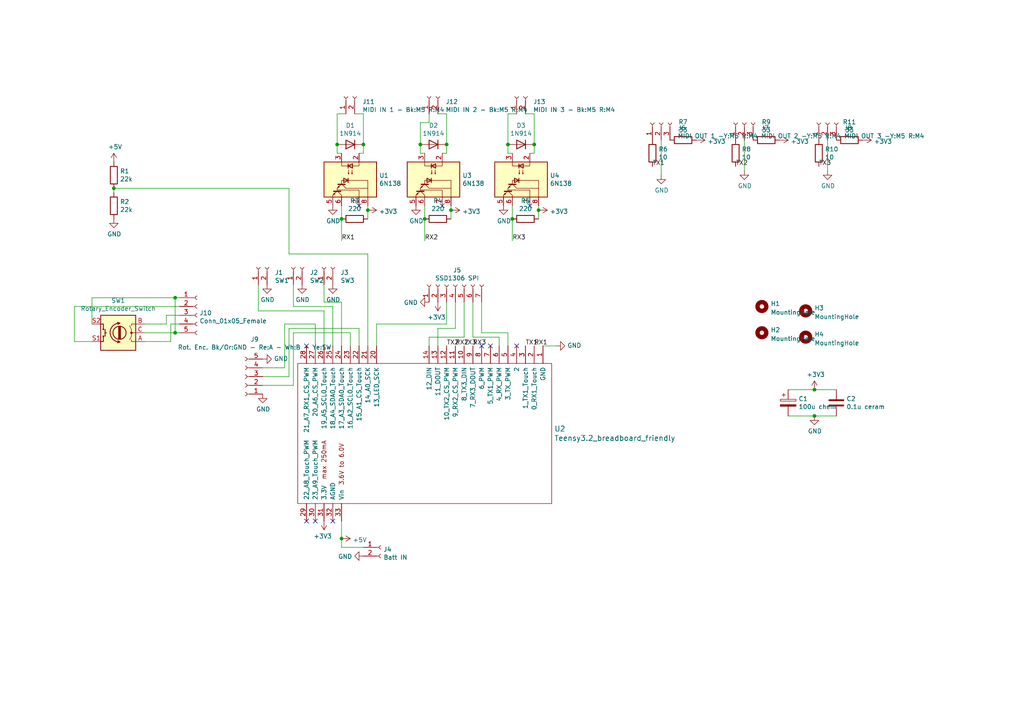
<source format=kicad_sch>
(kicad_sch (version 20211123) (generator eeschema)
  (paper "A4")
  (lib_symbols
    (symbol "Connector:Conn_01x02_Female" (pin_names (offset 1.016) hide)
      (property "Reference" "J" (at 0 2.54 0))
      (property "Value" "Conn_01x02_Female" (at 0 -5.08 0))
      (symbol "Conn_01x02_Female_1_1"
        (arc (start 0 -2.032) (mid -0.508 -2.54) (end 0 -3.048) (stroke (width 0.1524)))
        (polyline (pts (xy -1.27 -2.54) (xy -0.508 -2.54)) (stroke (width 0.1524)))
        (polyline (pts (xy -1.27 0) (xy -0.508 0)) (stroke (width 0.1524)))
        (arc (start 0 0.508) (mid -0.508 0) (end 0 -0.508) (stroke (width 0.1524)))
        (pin passive line (at -5.08 0 0) (length 3.81) (name "Pin_1") (number "1"))
        (pin passive line (at -5.08 -2.54 0) (length 3.81) (name "Pin_2") (number "2"))
      )
    )
    (symbol "Connector:Conn_01x03_Female" (pin_names (offset 1.016) hide)
      (property "Reference" "J" (at 0 5.08 0))
      (property "Value" "Conn_01x03_Female" (at 0 -5.08 0))
      (symbol "Conn_01x03_Female_1_1"
        (arc (start 0 -2.032) (mid -0.508 -2.54) (end 0 -3.048) (stroke (width 0.1524)))
        (polyline (pts (xy -1.27 -2.54) (xy -0.508 -2.54)) (stroke (width 0.1524)))
        (polyline (pts (xy -1.27 0) (xy -0.508 0)) (stroke (width 0.1524)))
        (polyline (pts (xy -1.27 2.54) (xy -0.508 2.54)) (stroke (width 0.1524)))
        (arc (start 0 0.508) (mid -0.508 0) (end 0 -0.508) (stroke (width 0.1524)))
        (arc (start 0 3.048) (mid -0.508 2.54) (end 0 2.032) (stroke (width 0.1524)))
        (pin passive line (at -5.08 2.54 0) (length 3.81) (name "Pin_1") (number "1"))
        (pin passive line (at -5.08 0 0) (length 3.81) (name "Pin_2") (number "2"))
        (pin passive line (at -5.08 -2.54 0) (length 3.81) (name "Pin_3") (number "3"))
      )
    )
    (symbol "Connector:Conn_01x05_Female" (pin_names (offset 1.016) hide)
      (property "Reference" "J" (at 0 7.62 0))
      (property "Value" "Conn_01x05_Female" (at 0 -7.62 0))
      (symbol "Conn_01x05_Female_1_1"
        (arc (start 0 -4.572) (mid -0.508 -5.08) (end 0 -5.588) (stroke (width 0.1524)))
        (arc (start 0 -2.032) (mid -0.508 -2.54) (end 0 -3.048) (stroke (width 0.1524)))
        (polyline (pts (xy -1.27 -5.08) (xy -0.508 -5.08)) (stroke (width 0.1524)))
        (polyline (pts (xy -1.27 -2.54) (xy -0.508 -2.54)) (stroke (width 0.1524)))
        (polyline (pts (xy -1.27 0) (xy -0.508 0)) (stroke (width 0.1524)))
        (polyline (pts (xy -1.27 2.54) (xy -0.508 2.54)) (stroke (width 0.1524)))
        (polyline (pts (xy -1.27 5.08) (xy -0.508 5.08)) (stroke (width 0.1524)))
        (arc (start 0 0.508) (mid -0.508 0) (end 0 -0.508) (stroke (width 0.1524)))
        (arc (start 0 3.048) (mid -0.508 2.54) (end 0 2.032) (stroke (width 0.1524)))
        (arc (start 0 5.588) (mid -0.508 5.08) (end 0 4.572) (stroke (width 0.1524)))
        (pin passive line (at -5.08 5.08 0) (length 3.81) (name "Pin_1") (number "1"))
        (pin passive line (at -5.08 2.54 0) (length 3.81) (name "Pin_2") (number "2"))
        (pin passive line (at -5.08 0 0) (length 3.81) (name "Pin_3") (number "3"))
        (pin passive line (at -5.08 -2.54 0) (length 3.81) (name "Pin_4") (number "4"))
        (pin passive line (at -5.08 -5.08 0) (length 3.81) (name "Pin_5") (number "5"))
      )
    )
    (symbol "Connector:Conn_01x07_Female" (pin_names (offset 1.016) hide)
      (property "Reference" "J" (at 0 10.16 0))
      (property "Value" "Conn_01x07_Female" (at 0 -10.16 0))
      (symbol "Conn_01x07_Female_1_1"
        (arc (start 0 -7.112) (mid -0.508 -7.62) (end 0 -8.128) (stroke (width 0.1524)))
        (arc (start 0 -4.572) (mid -0.508 -5.08) (end 0 -5.588) (stroke (width 0.1524)))
        (arc (start 0 -2.032) (mid -0.508 -2.54) (end 0 -3.048) (stroke (width 0.1524)))
        (polyline (pts (xy -1.27 -7.62) (xy -0.508 -7.62)) (stroke (width 0.1524)))
        (polyline (pts (xy -1.27 -5.08) (xy -0.508 -5.08)) (stroke (width 0.1524)))
        (polyline (pts (xy -1.27 -2.54) (xy -0.508 -2.54)) (stroke (width 0.1524)))
        (polyline (pts (xy -1.27 0) (xy -0.508 0)) (stroke (width 0.1524)))
        (polyline (pts (xy -1.27 2.54) (xy -0.508 2.54)) (stroke (width 0.1524)))
        (polyline (pts (xy -1.27 5.08) (xy -0.508 5.08)) (stroke (width 0.1524)))
        (polyline (pts (xy -1.27 7.62) (xy -0.508 7.62)) (stroke (width 0.1524)))
        (arc (start 0 0.508) (mid -0.508 0) (end 0 -0.508) (stroke (width 0.1524)))
        (arc (start 0 3.048) (mid -0.508 2.54) (end 0 2.032) (stroke (width 0.1524)))
        (arc (start 0 5.588) (mid -0.508 5.08) (end 0 4.572) (stroke (width 0.1524)))
        (arc (start 0 8.128) (mid -0.508 7.62) (end 0 7.112) (stroke (width 0.1524)))
        (pin passive line (at -5.08 7.62 0) (length 3.81) (name "Pin_1") (number "1"))
        (pin passive line (at -5.08 5.08 0) (length 3.81) (name "Pin_2") (number "2"))
        (pin passive line (at -5.08 2.54 0) (length 3.81) (name "Pin_3") (number "3"))
        (pin passive line (at -5.08 0 0) (length 3.81) (name "Pin_4") (number "4"))
        (pin passive line (at -5.08 -2.54 0) (length 3.81) (name "Pin_5") (number "5"))
        (pin passive line (at -5.08 -5.08 0) (length 3.81) (name "Pin_6") (number "6"))
        (pin passive line (at -5.08 -7.62 0) (length 3.81) (name "Pin_7") (number "7"))
      )
    )
    (symbol "Device:C" (pin_numbers hide) (pin_names (offset 0.254))
      (property "Reference" "C" (at 0.635 2.54 0))
      (property "Value" "C" (at 0.635 -2.54 0))
      (symbol "C_0_1"
        (polyline (pts (xy -2.032 -0.762) (xy 2.032 -0.762)) (stroke (width 0.508)))
        (polyline (pts (xy -2.032 0.762) (xy 2.032 0.762)) (stroke (width 0.508)))
      )
      (symbol "C_1_1"
        (pin passive line (at 0 3.81 270) (length 2.794) (name "~") (number "1"))
        (pin passive line (at 0 -3.81 90) (length 2.794) (name "~") (number "2"))
      )
    )
    (symbol "Device:CP" (pin_numbers hide) (pin_names (offset 0.254))
      (property "Reference" "C" (at 0.635 2.54 0))
      (property "Value" "Device_CP" (at 0.635 -2.54 0))
      (symbol "CP_0_1"
        (rectangle (start -2.286 0.508) (end 2.286 1.016))
        (polyline (pts (xy -1.778 2.286) (xy -0.762 2.286)))
        (polyline (pts (xy -1.27 2.794) (xy -1.27 1.778)))
        (rectangle (start 2.286 -0.508) (end -2.286 -1.016) (fill (type outline)))
      )
      (symbol "CP_1_1"
        (pin passive line (at 0 3.81 270) (length 2.794) (name "~") (number "1"))
        (pin passive line (at 0 -3.81 90) (length 2.794) (name "~") (number "2"))
      )
    )
    (symbol "Device:R" (pin_numbers hide) (pin_names (offset 0))
      (property "Reference" "R" (at 2.032 0 90))
      (property "Value" "R" (at 0 0 90))
      (symbol "R_0_1"
        (rectangle (start -1.016 -2.54) (end 1.016 2.54) (stroke (width 0.254)))
      )
      (symbol "R_1_1"
        (pin passive line (at 0 3.81 270) (length 1.27) (name "~") (number "1"))
        (pin passive line (at 0 -3.81 90) (length 1.27) (name "~") (number "2"))
      )
    )
    (symbol "Device:Rotary_Encoder_Switch" (pin_names (offset 0.254) hide)
      (property "Reference" "SW" (at 0 6.604 0))
      (property "Value" "Device_Rotary_Encoder_Switch" (at 0 -6.604 0))
      (symbol "Rotary_Encoder_Switch_0_1"
        (rectangle (start -5.08 5.08) (end 5.08 -5.08) (stroke (width 0.254)) (fill (type background)))
        (circle (center -3.81 0) (radius 0.254) (fill (type outline)))
        (arc (start -0.381 -2.794) (mid 2.3622 -0.0508) (end -0.381 2.667) (stroke (width 0.254)))
        (circle (center -0.381 0) (radius 1.905) (stroke (width 0.254)))
        (polyline (pts (xy -0.635 -1.778) (xy -0.635 1.778)) (stroke (width 0.254)))
        (polyline (pts (xy -0.381 -1.778) (xy -0.381 1.778)) (stroke (width 0.254)))
        (polyline (pts (xy -0.127 1.778) (xy -0.127 -1.778)) (stroke (width 0.254)))
        (polyline (pts (xy 3.81 0) (xy 3.429 0)) (stroke (width 0.254)))
        (polyline (pts (xy 3.81 1.016) (xy 3.81 -1.016)) (stroke (width 0.254)))
        (polyline (pts (xy -5.08 -2.54) (xy -3.81 -2.54) (xy -3.81 -2.032)))
        (polyline (pts (xy -5.08 2.54) (xy -3.81 2.54) (xy -3.81 2.032)))
        (polyline (pts (xy 0.254 -3.048) (xy -0.508 -2.794) (xy 0.127 -2.413)) (stroke (width 0.254)))
        (polyline (pts (xy 0.254 2.921) (xy -0.508 2.667) (xy 0.127 2.286)) (stroke (width 0.254)))
        (polyline (pts (xy 5.08 -2.54) (xy 4.318 -2.54) (xy 4.318 -1.016)) (stroke (width 0.254)))
        (polyline (pts (xy 5.08 2.54) (xy 4.318 2.54) (xy 4.318 1.016)) (stroke (width 0.254)))
        (polyline (pts (xy -5.08 0) (xy -3.81 0) (xy -3.81 -1.016) (xy -3.302 -2.032)))
        (polyline (pts (xy -4.318 0) (xy -3.81 0) (xy -3.81 1.016) (xy -3.302 2.032)))
        (circle (center 4.318 -1.016) (radius 0.127) (stroke (width 0.254)))
        (circle (center 4.318 1.016) (radius 0.127) (stroke (width 0.254)))
      )
      (symbol "Rotary_Encoder_Switch_1_1"
        (pin passive line (at -7.62 2.54 0) (length 2.54) (name "A") (number "A"))
        (pin passive line (at -7.62 -2.54 0) (length 2.54) (name "B") (number "B"))
        (pin passive line (at -7.62 0 0) (length 2.54) (name "C") (number "C"))
        (pin passive line (at 7.62 2.54 180) (length 2.54) (name "S1") (number "S1"))
        (pin passive line (at 7.62 -2.54 180) (length 2.54) (name "S2") (number "S2"))
      )
    )
    (symbol "Diode:1N914" (pin_numbers hide) (pin_names (offset 1.016) hide)
      (property "Reference" "D" (at 0 2.54 0))
      (property "Value" "1N914" (at 0 -2.54 0))
      (symbol "1N914_0_1"
        (polyline (pts (xy -1.27 1.27) (xy -1.27 -1.27)) (stroke (width 0.254)))
        (polyline (pts (xy 1.27 0) (xy -1.27 0)))
        (polyline (pts (xy 1.27 1.27) (xy 1.27 -1.27) (xy -1.27 0) (xy 1.27 1.27)) (stroke (width 0.254)))
      )
      (symbol "1N914_1_1"
        (pin passive line (at -3.81 0 0) (length 2.54) (name "K") (number "1"))
        (pin passive line (at 3.81 0 180) (length 2.54) (name "A") (number "2"))
      )
    )
    (symbol "Isolator:6N138" (pin_names (offset 1.016) hide)
      (property "Reference" "U" (at -4.064 8.89 0))
      (property "Value" "6N138" (at 2.286 8.89 0))
      (symbol "6N138_0_1"
        (rectangle (start -5.08 7.62) (end 5.08 -7.62) (stroke (width 0.254)) (fill (type background)))
        (polyline (pts (xy -4.572 -0.635) (xy -3.302 -0.635)) (stroke (width 0.254)))
        (polyline (pts (xy 0.889 -0.635) (xy -0.381 -0.635)) (stroke (width 0.254)))
        (polyline (pts (xy 1.397 -2.667) (xy 2.54 -3.81)))
        (polyline (pts (xy 1.397 -2.413) (xy 2.54 -1.27)))
        (polyline (pts (xy 2.54 -3.81) (xy 3.175 -3.81)))
        (polyline (pts (xy 3.429 -3.937) (xy 4.572 -5.08)))
        (polyline (pts (xy 3.429 -3.683) (xy 4.572 -2.54)))
        (polyline (pts (xy 4.572 -5.08) (xy 5.08 -5.08)))
        (polyline (pts (xy 4.572 -2.54) (xy 5.08 -2.54)))
        (polyline (pts (xy 1.397 -1.524) (xy 1.397 -3.556) (xy 1.397 -3.556)) (stroke (width 0.3556)))
        (polyline (pts (xy 2.54 -1.27) (xy 2.54 5.08) (xy 5.08 5.08)))
        (polyline (pts (xy 3.429 -2.794) (xy 3.429 -4.826) (xy 3.429 -4.826)) (stroke (width 0.3556)))
        (polyline (pts (xy 5.08 2.54) (xy 3.048 2.54) (xy 3.048 -3.81)))
        (polyline (pts (xy -5.08 -2.54) (xy -3.937 -2.54) (xy -3.937 2.54) (xy -5.08 2.54)))
        (polyline (pts (xy -3.937 -0.635) (xy -4.572 0.635) (xy -3.302 0.635) (xy -3.937 -0.635)) (stroke (width 0.254)))
        (polyline (pts (xy 0.254 -0.635) (xy 0.889 -1.905) (xy -0.381 -1.905) (xy 0.254 -0.635)) (stroke (width 0.254)))
        (polyline (pts (xy 1.27 -2.54) (xy 0.254 -2.54) (xy 0.254 5.08) (xy 2.54 5.08)))
        (polyline (pts (xy 2.413 -3.683) (xy 2.159 -3.175) (xy 1.905 -3.429) (xy 2.413 -3.683)))
        (polyline (pts (xy 4.445 -4.953) (xy 4.191 -4.445) (xy 3.937 -4.699) (xy 4.445 -4.953)))
        (polyline (pts (xy -2.794 -0.508) (xy -1.524 -0.508) (xy -1.905 -0.635) (xy -1.905 -0.381) (xy -1.524 -0.508)))
        (polyline (pts (xy -2.794 0.508) (xy -1.524 0.508) (xy -1.905 0.381) (xy -1.905 0.635) (xy -1.524 0.508)))
      )
      (symbol "6N138_1_1"
        (pin no_connect line (at -5.08 5.08 0) (length 2.54) hide (name "NC") (number "1"))
        (pin passive line (at -7.62 2.54 0) (length 2.54) (name "C1") (number "2"))
        (pin passive line (at -7.62 -2.54 0) (length 2.54) (name "C2") (number "3"))
        (pin no_connect line (at -5.08 -5.08 0) (length 2.54) hide (name "NC") (number "4"))
        (pin passive line (at 7.62 -5.08 180) (length 2.54) (name "GND") (number "5"))
        (pin passive line (at 7.62 -2.54 180) (length 2.54) (name "VO2") (number "6"))
        (pin passive line (at 7.62 2.54 180) (length 2.54) (name "VO1") (number "7"))
        (pin passive line (at 7.62 5.08 180) (length 2.54) (name "VCC") (number "8"))
      )
    )
    (symbol "Mechanical:MountingHole" (pin_names (offset 1.016))
      (property "Reference" "H" (at 0 5.08 0))
      (property "Value" "MountingHole" (at 0 3.175 0))
      (symbol "MountingHole_0_1"
        (circle (center 0 0) (radius 1.27) (stroke (width 1.27)))
      )
    )
    (symbol "power:+3.3V" (power) (pin_names (offset 0))
      (property "Value" "+3.3V" (at 0 3.556 0))
      (symbol "+3.3V_0_1"
        (polyline (pts (xy -0.762 1.27) (xy 0 2.54)))
        (polyline (pts (xy 0 0) (xy 0 2.54)))
        (polyline (pts (xy 0 2.54) (xy 0.762 1.27)))
      )
      (symbol "+3.3V_1_1"
        (pin power_in line (at 0 0 90) (length 0) hide (name "+3V3") (number "1"))
      )
    )
    (symbol "power:+5V" (power) (pin_names (offset 0))
      (property "Value" "+5V" (at 0 3.556 0))
      (symbol "+5V_0_1"
        (polyline (pts (xy -0.762 1.27) (xy 0 2.54)))
        (polyline (pts (xy 0 0) (xy 0 2.54)))
        (polyline (pts (xy 0 2.54) (xy 0.762 1.27)))
      )
      (symbol "+5V_1_1"
        (pin power_in line (at 0 0 90) (length 0) hide (name "+5V") (number "1"))
      )
    )
    (symbol "power:GND" (power) (pin_names (offset 0))
      (property "Value" "GND" (at 0 -3.81 0))
      (symbol "GND_0_1"
        (polyline (pts (xy 0 0) (xy 0 -1.27) (xy 1.27 -1.27) (xy 0 -2.54) (xy -1.27 -1.27) (xy 0 -1.27)))
      )
      (symbol "GND_1_1"
        (pin power_in line (at 0 0 270) (length 0) hide (name "GND") (number "1"))
      )
    )
    (symbol "teensy:Teensy3.2_breadboard_friendly" (pin_names (offset 1.016))
      (property "Reference" "U" (at 0 39.37 0))
      (property "Value" "Teensy3.2_breadboard_friendly" (at 0 -39.37 0))
      (symbol "Teensy3.2_breadboard_friendly_0_0"
        (text "3.6V to 6.0V" (at 8.89 -24.13 0) (effects (font (size 1.27 1.27))))
        (text "max 250mA" (at 7.62 -29.21 0) (effects (font (size 1.27 1.27))))
      )
      (symbol "Teensy3.2_breadboard_friendly_0_1"
        (rectangle (start -20.32 -36.83) (end 20.32 36.83))
      )
      (symbol "Teensy3.2_breadboard_friendly_1_1"
        (pin power_in line (at -25.4 34.29 0) (length 5.08) (name "GND") (number "1"))
        (pin bidirectional line (at -25.4 11.43 0) (length 5.08) (name "8_TX3_DIN") (number "10"))
        (pin bidirectional line (at -25.4 8.89 0) (length 5.08) (name "9_RX2_CS_PWM") (number "11"))
        (pin bidirectional line (at -25.4 6.35 0) (length 5.08) (name "10_TX2_CS_PWM") (number "12"))
        (pin bidirectional line (at -25.4 3.81 0) (length 5.08) (name "11_DOUT") (number "13"))
        (pin bidirectional line (at -25.4 1.27 0) (length 5.08) (name "12_DIN") (number "14"))
        (pin bidirectional line (at -25.4 31.75 0) (length 5.08) (name "0_RX1_Touch") (number "2"))
        (pin bidirectional line (at -25.4 -13.97 0) (length 5.08) (name "13_LED_SCK") (number "20"))
        (pin bidirectional line (at -25.4 -16.51 0) (length 5.08) (name "14_A0_SCK") (number "21"))
        (pin bidirectional line (at -25.4 -19.05 0) (length 5.08) (name "15_A1_CS_Touch") (number "22"))
        (pin bidirectional line (at -25.4 -21.59 0) (length 5.08) (name "16_A2_SCL0_Touch") (number "23"))
        (pin bidirectional line (at -25.4 -24.13 0) (length 5.08) (name "17_A3_SDA0_Touch") (number "24"))
        (pin bidirectional line (at -25.4 -26.67 0) (length 5.08) (name "18_A4_SDA0_Touch") (number "25"))
        (pin bidirectional line (at -25.4 -29.21 0) (length 5.08) (name "19_A5_SCL0_Touch") (number "26"))
        (pin bidirectional line (at -25.4 -31.75 0) (length 5.08) (name "20_A6_CS_PWM") (number "27"))
        (pin bidirectional line (at -25.4 -34.29 0) (length 5.08) (name "21_A7_RX1_CS_PWM") (number "28"))
        (pin bidirectional line (at 25.4 -34.29 180) (length 5.08) (name "22_A8_Touch_PWM") (number "29"))
        (pin bidirectional line (at -25.4 29.21 0) (length 5.08) (name "1_TX1_Touch") (number "3"))
        (pin bidirectional line (at 25.4 -31.75 180) (length 5.08) (name "23_A9_Touch_PWM") (number "30"))
        (pin power_out line (at 25.4 -29.21 180) (length 5.08) (name "3.3V") (number "31"))
        (pin power_out line (at 25.4 -26.67 180) (length 5.08) (name "AGND") (number "32"))
        (pin power_in line (at 25.4 -24.13 180) (length 5.08) (name "Vin") (number "33"))
        (pin bidirectional line (at -25.4 26.67 0) (length 5.08) (name "2") (number "4"))
        (pin bidirectional line (at -25.4 24.13 0) (length 5.08) (name "3_TX_PWM") (number "5"))
        (pin bidirectional line (at -25.4 21.59 0) (length 5.08) (name "4_RX_PWM") (number "6"))
        (pin bidirectional line (at -25.4 19.05 0) (length 5.08) (name "5_TX1_PWM") (number "7"))
        (pin bidirectional line (at -25.4 16.51 0) (length 5.08) (name "6_PWM") (number "8"))
        (pin bidirectional line (at -25.4 13.97 0) (length 5.08) (name "7_RX3_DOUT") (number "9"))
      )
    )
  )
  (junction (at 154.94 41.91))
  (junction (at 148.59 63.5))
  (junction (at 129.54 41.91))
  (junction (at 236.22 113.03))
  (junction (at 121.92 41.91))
  (junction (at 97.79 41.91))
  (junction (at 147.32 41.91))
  (junction (at 99.06 156.21))
  (junction (at 123.19 63.5))
  (junction (at 99.06 63.5))
  (junction (at 106.68 60.96))
  (junction (at 50.8 86.36))
  (junction (at 50.8 96.52))
  (junction (at 33.02 54.61))
  (junction (at 156.21 60.96))
  (junction (at 236.22 120.65))
  (junction (at 130.81 60.96))
  (junction (at 105.41 41.91))
  (no_connect (at 88.9 151.13))
  (no_connect (at 139.7 100.33))
  (no_connect (at 104.14 59.69))
  (no_connect (at 88.9 100.33))
  (no_connect (at 153.67 59.69))
  (no_connect (at 149.86 100.33))
  (no_connect (at 91.44 151.13))
  (no_connect (at 142.24 100.33))
  (no_connect (at 96.52 151.13))
  (no_connect (at 128.27 59.69))
  (wire (pts (xy 129.54 87.63) (xy 129.54 93.98)))
  (wire (pts (xy 102.87 33.02) (xy 105.41 33.02)))
  (wire (pts (xy 153.67 44.45) (xy 154.94 44.45)))
  (wire (pts (xy 139.7 96.52) (xy 147.32 96.52)))
  (wire (pts (xy 85.09 88.9) (xy 85.09 82.55)))
  (wire (pts (xy 105.41 44.45) (xy 105.41 41.91)))
  (wire (pts (xy 128.27 44.45) (xy 129.54 44.45)))
  (wire (pts (xy 93.98 82.55) (xy 93.98 87.63)))
  (wire (pts (xy 106.68 59.69) (xy 106.68 60.96)))
  (wire (pts (xy 129.54 44.45) (xy 129.54 41.91)))
  (wire (pts (xy 130.81 60.96) (xy 130.81 63.5)))
  (wire (pts (xy 157.48 100.33) (xy 161.29 100.33)))
  (wire (pts (xy 149.86 33.02) (xy 147.32 33.02)))
  (wire (pts (xy 96.52 100.33) (xy 96.52 88.9)))
  (wire (pts (xy 99.06 59.69) (xy 99.06 63.5)))
  (wire (pts (xy 26.67 86.36) (xy 26.67 93.98)))
  (wire (pts (xy 228.6 113.03) (xy 236.22 113.03)))
  (wire (pts (xy 154.94 44.45) (xy 154.94 41.91)))
  (wire (pts (xy 74.93 82.55) (xy 74.93 90.17)))
  (wire (pts (xy 137.16 97.79) (xy 144.78 97.79)))
  (wire (pts (xy 123.19 63.5) (xy 123.19 69.85)))
  (wire (pts (xy 52.07 88.9) (xy 21.59 88.9)))
  (wire (pts (xy 123.19 44.45) (xy 121.92 44.45)))
  (wire (pts (xy 109.22 93.98) (xy 109.22 100.33)))
  (wire (pts (xy 152.4 33.02) (xy 154.94 33.02)))
  (wire (pts (xy 83.82 109.22) (xy 83.82 95.25)))
  (wire (pts (xy 21.59 99.06) (xy 26.67 99.06)))
  (wire (pts (xy 99.06 87.63) (xy 99.06 100.33)))
  (wire (pts (xy 74.93 90.17) (xy 93.98 90.17)))
  (wire (pts (xy 99.06 151.13) (xy 99.06 156.21)))
  (wire (pts (xy 104.14 44.45) (xy 105.41 44.45)))
  (wire (pts (xy 83.82 73.66) (xy 83.82 54.61)))
  (wire (pts (xy 41.91 93.98) (xy 48.26 93.98)))
  (wire (pts (xy 83.82 95.25) (xy 104.14 95.25)))
  (wire (pts (xy 76.2 109.22) (xy 83.82 109.22)))
  (wire (pts (xy 121.92 35.56) (xy 121.92 41.91)))
  (wire (pts (xy 236.22 120.65) (xy 242.57 120.65)))
  (wire (pts (xy 156.21 59.69) (xy 156.21 60.96)))
  (wire (pts (xy 52.07 96.52) (xy 50.8 96.52)))
  (wire (pts (xy 85.09 111.76) (xy 85.09 96.52)))
  (wire (pts (xy 134.62 87.63) (xy 134.62 97.79)))
  (wire (pts (xy 106.68 73.66) (xy 106.68 100.33)))
  (wire (pts (xy 97.79 44.45) (xy 97.79 41.91)))
  (wire (pts (xy 156.21 60.96) (xy 156.21 63.5)))
  (wire (pts (xy 137.16 87.63) (xy 137.16 97.79)))
  (wire (pts (xy 130.81 59.69) (xy 130.81 60.96)))
  (wire (pts (xy 148.59 63.5) (xy 148.59 69.85)))
  (wire (pts (xy 49.53 93.98) (xy 52.07 93.98)))
  (wire (pts (xy 33.02 54.61) (xy 33.02 55.88)))
  (wire (pts (xy 132.08 95.25) (xy 127 95.25)))
  (wire (pts (xy 82.55 93.98) (xy 82.55 106.68)))
  (wire (pts (xy 48.26 93.98) (xy 48.26 91.44)))
  (wire (pts (xy 50.8 86.36) (xy 50.8 96.52)))
  (wire (pts (xy 124.46 33.02) (xy 124.46 35.56)))
  (wire (pts (xy 127 95.25) (xy 127 100.33)))
  (wire (pts (xy 105.41 33.02) (xy 105.41 41.91)))
  (wire (pts (xy 100.33 33.02) (xy 97.79 33.02)))
  (wire (pts (xy 104.14 95.25) (xy 104.14 100.33)))
  (wire (pts (xy 121.92 44.45) (xy 121.92 41.91)))
  (wire (pts (xy 129.54 33.02) (xy 129.54 41.91)))
  (wire (pts (xy 82.55 93.98) (xy 91.44 93.98)))
  (wire (pts (xy 191.77 50.8) (xy 191.77 40.64)))
  (wire (pts (xy 215.9 40.64) (xy 215.9 49.53)))
  (wire (pts (xy 101.6 96.52) (xy 101.6 100.33)))
  (wire (pts (xy 228.6 120.65) (xy 236.22 120.65)))
  (wire (pts (xy 91.44 93.98) (xy 91.44 100.33)))
  (wire (pts (xy 50.8 86.36) (xy 26.67 86.36)))
  (wire (pts (xy 99.06 44.45) (xy 97.79 44.45)))
  (wire (pts (xy 41.91 99.06) (xy 49.53 99.06)))
  (wire (pts (xy 144.78 97.79) (xy 144.78 100.33)))
  (wire (pts (xy 147.32 33.02) (xy 147.32 41.91)))
  (wire (pts (xy 99.06 156.21) (xy 99.06 158.75)))
  (wire (pts (xy 139.7 87.63) (xy 139.7 96.52)))
  (wire (pts (xy 106.68 60.96) (xy 106.68 63.5)))
  (wire (pts (xy 148.59 44.45) (xy 147.32 44.45)))
  (wire (pts (xy 96.52 88.9) (xy 85.09 88.9)))
  (wire (pts (xy 106.68 73.66) (xy 83.82 73.66)))
  (wire (pts (xy 124.46 97.79) (xy 124.46 100.33)))
  (wire (pts (xy 154.94 33.02) (xy 154.94 41.91)))
  (wire (pts (xy 148.59 59.69) (xy 148.59 63.5)))
  (wire (pts (xy 127 33.02) (xy 129.54 33.02)))
  (wire (pts (xy 49.53 99.06) (xy 49.53 93.98)))
  (wire (pts (xy 93.98 90.17) (xy 93.98 100.33)))
  (wire (pts (xy 85.09 96.52) (xy 101.6 96.52)))
  (wire (pts (xy 99.06 158.75) (xy 105.41 158.75)))
  (wire (pts (xy 21.59 88.9) (xy 21.59 99.06)))
  (wire (pts (xy 129.54 93.98) (xy 109.22 93.98)))
  (wire (pts (xy 50.8 96.52) (xy 41.91 96.52)))
  (wire (pts (xy 93.98 87.63) (xy 99.06 87.63)))
  (wire (pts (xy 240.03 40.64) (xy 240.03 49.53)))
  (wire (pts (xy 99.06 63.5) (xy 99.06 69.85)))
  (wire (pts (xy 76.2 111.76) (xy 85.09 111.76)))
  (wire (pts (xy 147.32 96.52) (xy 147.32 100.33)))
  (wire (pts (xy 82.55 106.68) (xy 76.2 106.68)))
  (wire (pts (xy 236.22 113.03) (xy 242.57 113.03)))
  (wire (pts (xy 123.19 59.69) (xy 123.19 63.5)))
  (wire (pts (xy 134.62 97.79) (xy 124.46 97.79)))
  (wire (pts (xy 52.07 86.36) (xy 50.8 86.36)))
  (wire (pts (xy 33.02 54.61) (xy 83.82 54.61)))
  (wire (pts (xy 132.08 87.63) (xy 132.08 95.25)))
  (wire (pts (xy 48.26 91.44) (xy 52.07 91.44)))
  (wire (pts (xy 124.46 35.56) (xy 121.92 35.56)))
  (wire (pts (xy 97.79 33.02) (xy 97.79 41.91)))
  (wire (pts (xy 147.32 44.45) (xy 147.32 41.91)))
  (label "TX3" (at 134.62 100.33 0))
  (label "TX2" (at 129.54 100.33 0))
  (label "RX2" (at 132.08 100.33 0))
  (label "RX1" (at 99.06 69.85 0))
  (label "TX2" (at 213.36 48.26 0))
  (label "RX2" (at 123.19 69.85 0))
  (label "RX1" (at 154.94 100.33 0))
  (label "RX3" (at 137.16 100.33 0))
  (label "TX3" (at 237.49 48.26 0))
  (label "TX1" (at 189.23 48.26 0))
  (label "TX1" (at 152.4 100.33 0))
  (label "RX3" (at 148.59 69.85 0))
  (symbol (lib_id "teensy:Teensy3.2_breadboard_friendly") (at 123.19 125.73 270) (unit 1)
    (property "Reference" "U2" (at 160.7312 124.3838 90) (effects (font (size 1.524 1.524)) (justify left)))
    (property "Value" "Teensy3.2_breadboard_friendly" (at 160.7312 127.0762 90) (effects (font (size 1.524 1.524)) (justify left)))
    (property "Footprint" "teensy:Teensy30_31_32_breadboard_friendly" (effects hide))
  )
  (symbol (lib_id "Isolator:6N138") (at 101.6 52.07 270) (unit 1)
    (property "Reference" "U1" (at 109.982 50.9016 90) (effects (justify left)))
    (property "Value" "6N138" (at 109.982 53.213 90) (effects (justify left)))
    (property "Footprint" "Package_DIP:DIP-8_W7.62mm_LongPads" (effects hide))
    (property "Datasheet" "http://www.onsemi.com/pub/Collateral/HCPL2731-D.pdf" (effects hide))
  )
  (symbol (lib_id "Isolator:6N138") (at 125.73 52.07 270) (unit 1)
    (property "Reference" "U3" (at 134.112 50.9016 90) (effects (justify left)))
    (property "Value" "6N138" (at 134.112 53.213 90) (effects (justify left)))
    (property "Footprint" "Package_DIP:DIP-8_W7.62mm_LongPads" (effects hide))
    (property "Datasheet" "http://www.onsemi.com/pub/Collateral/HCPL2731-D.pdf" (effects hide))
  )
  (symbol (lib_id "Isolator:6N138") (at 151.13 52.07 270) (unit 1)
    (property "Reference" "U4" (at 159.512 50.9016 90) (effects (justify left)))
    (property "Value" "6N138" (at 159.512 53.213 90) (effects (justify left)))
    (property "Footprint" "Package_DIP:DIP-8_W7.62mm_LongPads" (effects hide))
    (property "Datasheet" "http://www.onsemi.com/pub/Collateral/HCPL2731-D.pdf" (effects hide))
  )
  (symbol (lib_id "Device:R") (at 152.4 63.5 270) (unit 1)
    (property "Reference" "R5" (at 152.4 58.2422 90))
    (property "Value" "220" (at 152.4 60.5536 90))
    (property "Footprint" "Resistor_THT:R_Axial_DIN0207_L6.3mm_D2.5mm_P7.62mm_Horizontal" (effects hide))
  )
  (symbol (lib_id "Device:R") (at 127 63.5 270) (unit 1)
    (property "Reference" "R4" (at 127 58.2422 90))
    (property "Value" "220" (at 127 60.5536 90))
    (property "Footprint" "Resistor_THT:R_Axial_DIN0207_L6.3mm_D2.5mm_P7.62mm_Horizontal" (effects hide))
  )
  (symbol (lib_id "Device:R") (at 102.87 63.5 270) (unit 1)
    (property "Reference" "R3" (at 102.87 58.2422 90))
    (property "Value" "220" (at 102.87 60.5536 90))
    (property "Footprint" "Resistor_THT:R_Axial_DIN0207_L6.3mm_D2.5mm_P7.62mm_Horizontal" (effects hide))
  )
  (symbol (lib_id "Diode:1N914") (at 101.6 41.91 180) (unit 1)
    (property "Reference" "D1" (at 101.6 36.3982 0))
    (property "Value" "1N914" (at 101.6 38.7096 0))
    (property "Footprint" "Diode_THT:D_DO-35_SOD27_P7.62mm_Horizontal" (effects hide))
    (property "Datasheet" "http://www.vishay.com/docs/85622/1n914.pdf" (effects hide))
  )
  (symbol (lib_id "Diode:1N914") (at 125.73 41.91 180) (unit 1)
    (property "Reference" "D2" (at 125.73 36.3982 0))
    (property "Value" "1N914" (at 125.73 38.7096 0))
    (property "Footprint" "Diode_THT:D_DO-35_SOD27_P7.62mm_Horizontal" (effects hide))
    (property "Datasheet" "http://www.vishay.com/docs/85622/1n914.pdf" (effects hide))
  )
  (symbol (lib_id "Diode:1N914") (at 151.13 41.91 180) (unit 1)
    (property "Reference" "D3" (at 151.13 36.3982 0))
    (property "Value" "1N914" (at 151.13 38.7096 0))
    (property "Footprint" "Diode_THT:D_DO-35_SOD27_P7.62mm_Horizontal" (effects hide))
    (property "Datasheet" "http://www.vishay.com/docs/85622/1n914.pdf" (effects hide))
  )
  (symbol (lib_id "power:GND") (at 146.05 59.69 0) (unit 1)
    (property "Reference" "#PWR0101" (effects hide))
    (property "Value" "GND" (at 146.177 64.0842 0))
  )
  (symbol (lib_id "power:GND") (at 120.65 59.69 0) (unit 1)
    (property "Reference" "#PWR0102" (effects hide))
    (property "Value" "GND" (at 120.777 64.0842 0))
  )
  (symbol (lib_id "power:GND") (at 96.52 59.69 0) (unit 1)
    (property "Reference" "#PWR0103" (effects hide))
    (property "Value" "GND" (at 96.647 64.0842 0))
  )
  (symbol (lib_id "power:+3.3V") (at 156.21 60.96 270) (unit 1)
    (property "Reference" "#PWR0104" (effects hide))
    (property "Value" "+3.3V" (at 159.4612 61.341 90) (effects (justify left)))
  )
  (symbol (lib_id "power:+3.3V") (at 130.81 60.96 270) (unit 1)
    (property "Reference" "#PWR0105" (effects hide))
    (property "Value" "+3.3V" (at 134.0612 61.341 90) (effects (justify left)))
  )
  (symbol (lib_id "power:+3.3V") (at 106.68 60.96 270) (unit 1)
    (property "Reference" "#PWR0106" (effects hide))
    (property "Value" "+3.3V" (at 109.9312 61.341 90) (effects (justify left)))
  )
  (symbol (lib_id "Connector:Conn_01x02_Female") (at 110.49 158.75 0) (unit 1)
    (property "Reference" "J4" (at 111.2012 159.3596 0) (effects (justify left)))
    (property "Value" "Batt IN" (at 111.2012 161.671 0) (effects (justify left)))
    (property "Footprint" "Connector_JST:JST_XH_B2B-XH-A_1x02_P2.50mm_Vertical" (effects hide))
  )
  (symbol (lib_id "power:GND") (at 105.41 161.29 270) (unit 1)
    (property "Reference" "#PWR0107" (effects hide))
    (property "Value" "GND" (at 102.1588 161.417 90) (effects (justify right)))
  )
  (symbol (lib_id "power:GND") (at 161.29 100.33 90) (unit 1)
    (property "Reference" "#PWR0108" (effects hide))
    (property "Value" "GND" (at 164.5412 100.203 90) (effects (justify right)))
  )
  (symbol (lib_id "power:+5V") (at 99.06 156.21 270) (unit 1)
    (property "Reference" "#PWR0109" (effects hide))
    (property "Value" "+5V" (at 102.3112 156.591 90) (effects (justify left)))
  )
  (symbol (lib_id "power:+3.3V") (at 236.22 113.03 0) (unit 1)
    (property "Reference" "#PWR0110" (effects hide))
    (property "Value" "+3.3V" (at 236.601 108.6358 0))
  )
  (symbol (lib_id "power:GND") (at 236.22 120.65 0) (unit 1)
    (property "Reference" "#PWR0111" (effects hide))
    (property "Value" "GND" (at 236.347 125.0442 0))
  )
  (symbol (lib_id "Device:C") (at 242.57 116.84 0) (unit 1)
    (property "Reference" "C2" (at 245.491 115.6716 0) (effects (justify left)))
    (property "Value" "0.1u ceram" (at 245.491 117.983 0) (effects (justify left)))
    (property "Footprint" "Capacitor_THT:C_Axial_L3.8mm_D2.6mm_P7.50mm_Horizontal" (effects hide))
  )
  (symbol (lib_id "Device:CP") (at 228.6 116.84 0) (unit 1)
    (property "Reference" "C1" (at 231.5972 115.6716 0) (effects (justify left)))
    (property "Value" "100u chem" (at 231.5972 117.983 0) (effects (justify left)))
    (property "Footprint" "Capacitor_THT:CP_Radial_D5.0mm_P2.50mm" (effects hide))
  )
  (symbol (lib_id "Connector:Conn_01x07_Female") (at 132.08 82.55 90) (unit 1)
    (property "Reference" "J5" (at 132.588 78.359 90))
    (property "Value" "SSD1306 SPI" (at 132.588 80.6704 90))
    (property "Footprint" "Connector_PinHeader_2.54mm:PinHeader_1x07_P2.54mm_Vertical" (effects hide))
  )
  (symbol (lib_id "power:GND") (at 124.46 87.63 270) (unit 1)
    (property "Reference" "#PWR0112" (effects hide))
    (property "Value" "GND" (at 121.2088 87.757 90) (effects (justify right)))
  )
  (symbol (lib_id "power:+3.3V") (at 127 87.63 180) (unit 1)
    (property "Reference" "#PWR0113" (effects hide))
    (property "Value" "+3.3V" (at 126.619 92.0242 0))
  )
  (symbol (lib_id "power:+3.3V") (at 93.98 151.13 180) (unit 1)
    (property "Reference" "#PWR0114" (effects hide))
    (property "Value" "+3.3V" (at 93.599 155.5242 0))
  )
  (symbol (lib_id "power:+5V") (at 33.02 46.99 0) (unit 1)
    (property "Reference" "#PWR0115" (effects hide))
    (property "Value" "+5V" (at 33.401 42.5958 0))
  )
  (symbol (lib_id "Device:R") (at 33.02 50.8 0) (unit 1)
    (property "Reference" "R1" (at 34.798 49.6316 0) (effects (justify left)))
    (property "Value" "22k" (at 34.798 51.943 0) (effects (justify left)))
    (property "Footprint" "Resistor_THT:R_Axial_DIN0207_L6.3mm_D2.5mm_P7.62mm_Horizontal" (effects hide))
  )
  (symbol (lib_id "Device:R") (at 33.02 59.69 0) (unit 1)
    (property "Reference" "R2" (at 34.798 58.5216 0) (effects (justify left)))
    (property "Value" "22k" (at 34.798 60.833 0) (effects (justify left)))
    (property "Footprint" "Resistor_THT:R_Axial_DIN0207_L6.3mm_D2.5mm_P7.62mm_Horizontal" (effects hide))
  )
  (symbol (lib_id "power:GND") (at 33.02 63.5 0) (unit 1)
    (property "Reference" "#PWR0116" (effects hide))
    (property "Value" "GND" (at 33.147 67.8942 0))
  )
  (symbol (lib_id "Connector:Conn_01x02_Female") (at 100.33 27.94 90) (unit 1)
    (property "Reference" "J11" (at 105.1052 29.5148 90) (effects (justify right)))
    (property "Value" "MIDI IN 1 - Bk:M5 R:M4" (at 105.1052 31.8262 90) (effects (justify right)))
    (property "Footprint" "Connector_JST:JST_XH_B2B-XH-A_1x02_P2.50mm_Vertical" (effects hide))
  )
  (symbol (lib_id "Connector:Conn_01x02_Female") (at 124.46 27.94 90) (unit 1)
    (property "Reference" "J12" (at 129.2352 29.5148 90) (effects (justify right)))
    (property "Value" "MIDI IN 2 - Bk:M5 R:M4" (at 129.2352 31.8262 90) (effects (justify right)))
    (property "Footprint" "Connector_JST:JST_XH_B2B-XH-A_1x02_P2.50mm_Vertical" (effects hide))
  )
  (symbol (lib_id "Connector:Conn_01x02_Female") (at 149.86 27.94 90) (unit 1)
    (property "Reference" "J13" (at 154.6352 29.5148 90) (effects (justify right)))
    (property "Value" "MIDI IN 3 - Bk:M5 R:M4" (at 154.6352 31.8262 90) (effects (justify right)))
    (property "Footprint" "Connector_JST:JST_XH_B2B-XH-A_1x02_P2.50mm_Vertical" (effects hide))
  )
  (symbol (lib_id "Connector:Conn_01x03_Female") (at 191.77 35.56 90) (unit 1)
    (property "Reference" "J6" (at 196.5452 37.1348 90) (effects (justify right)))
    (property "Value" "MIDI OUT 1 -Y:M5 R:M4" (at 196.5452 39.4462 90) (effects (justify right)))
    (property "Footprint" "Connector_JST:JST_PH_B3B-PH-K_1x03_P2.00mm_Vertical" (effects hide))
  )
  (symbol (lib_id "Connector:Conn_01x03_Female") (at 215.9 35.56 90) (unit 1)
    (property "Reference" "J7" (at 220.6752 37.1348 90) (effects (justify right)))
    (property "Value" "MIDI OUT 2 -Y:M5 R:M4" (at 220.6752 39.4462 90) (effects (justify right)))
    (property "Footprint" "Connector_JST:JST_PH_B3B-PH-K_1x03_P2.00mm_Vertical" (effects hide))
  )
  (symbol (lib_id "Connector:Conn_01x03_Female") (at 240.03 35.56 90) (unit 1)
    (property "Reference" "J8" (at 244.8052 37.1348 90) (effects (justify right)))
    (property "Value" "MIDI OUT 3 -Y:M5 R:M4" (at 244.8052 39.4462 90) (effects (justify right)))
    (property "Footprint" "Connector_JST:JST_PH_B3B-PH-K_1x03_P2.00mm_Vertical" (effects hide))
  )
  (symbol (lib_id "Device:R") (at 189.23 44.45 0) (unit 1)
    (property "Reference" "R6" (at 191.008 43.2816 0) (effects (justify left)))
    (property "Value" "10" (at 191.008 45.593 0) (effects (justify left)))
    (property "Footprint" "Resistor_THT:R_Axial_DIN0207_L6.3mm_D2.5mm_P7.62mm_Horizontal" (effects hide))
  )
  (symbol (lib_id "Device:R") (at 213.36 44.45 0) (unit 1)
    (property "Reference" "R8" (at 215.138 43.2816 0) (effects (justify left)))
    (property "Value" "10" (at 215.138 45.593 0) (effects (justify left)))
    (property "Footprint" "Resistor_THT:R_Axial_DIN0207_L6.3mm_D2.5mm_P7.62mm_Horizontal" (effects hide))
  )
  (symbol (lib_id "Device:R") (at 237.49 44.45 0) (unit 1)
    (property "Reference" "R10" (at 239.268 43.2816 0) (effects (justify left)))
    (property "Value" "10" (at 239.268 45.593 0) (effects (justify left)))
    (property "Footprint" "Resistor_THT:R_Axial_DIN0207_L6.3mm_D2.5mm_P7.62mm_Horizontal" (effects hide))
  )
  (symbol (lib_id "power:GND") (at 191.77 50.8 0) (unit 1)
    (property "Reference" "#PWR0117" (effects hide))
    (property "Value" "GND" (at 191.897 55.1942 0))
  )
  (symbol (lib_id "power:GND") (at 215.9 49.53 0) (unit 1)
    (property "Reference" "#PWR0118" (effects hide))
    (property "Value" "GND" (at 216.027 53.9242 0))
  )
  (symbol (lib_id "power:GND") (at 240.03 49.53 0) (unit 1)
    (property "Reference" "#PWR0119" (effects hide))
    (property "Value" "GND" (at 240.157 53.9242 0))
  )
  (symbol (lib_id "Device:R") (at 246.38 40.64 270) (unit 1)
    (property "Reference" "R11" (at 246.38 35.3822 90))
    (property "Value" "33" (at 246.38 37.6936 90))
    (property "Footprint" "Resistor_THT:R_Axial_DIN0207_L6.3mm_D2.5mm_P7.62mm_Horizontal" (effects hide))
  )
  (symbol (lib_id "Device:R") (at 222.25 40.64 270) (unit 1)
    (property "Reference" "R9" (at 222.25 35.3822 90))
    (property "Value" "33" (at 222.25 37.6936 90))
    (property "Footprint" "Resistor_THT:R_Axial_DIN0207_L6.3mm_D2.5mm_P7.62mm_Horizontal" (effects hide))
  )
  (symbol (lib_id "Device:R") (at 198.12 40.64 270) (unit 1)
    (property "Reference" "R7" (at 198.12 35.3822 90))
    (property "Value" "33" (at 198.12 37.6936 90))
    (property "Footprint" "Resistor_THT:R_Axial_DIN0207_L6.3mm_D2.5mm_P7.62mm_Horizontal" (effects hide))
  )
  (symbol (lib_id "power:+3.3V") (at 250.19 40.64 270) (unit 1)
    (property "Reference" "#PWR0120" (effects hide))
    (property "Value" "+3.3V" (at 253.4412 41.021 90) (effects (justify left)))
  )
  (symbol (lib_id "power:+3.3V") (at 226.06 40.64 270) (unit 1)
    (property "Reference" "#PWR0121" (effects hide))
    (property "Value" "+3.3V" (at 229.3112 41.021 90) (effects (justify left)))
  )
  (symbol (lib_id "power:+3.3V") (at 201.93 40.64 270) (unit 1)
    (property "Reference" "#PWR0122" (effects hide))
    (property "Value" "+3.3V" (at 205.1812 41.021 90) (effects (justify left)))
  )
  (symbol (lib_id "Connector:Conn_01x02_Female") (at 74.93 77.47 90) (unit 1)
    (property "Reference" "J1" (at 79.7052 79.0448 90) (effects (justify right)))
    (property "Value" "SW1" (at 79.7052 81.3562 90) (effects (justify right)))
    (property "Footprint" "Connector_JST:JST_XH_B2B-XH-A_1x02_P2.50mm_Vertical" (effects hide))
  )
  (symbol (lib_id "Connector:Conn_01x02_Female") (at 85.09 77.47 90) (unit 1)
    (property "Reference" "J2" (at 89.8652 79.0448 90) (effects (justify right)))
    (property "Value" "SW2" (at 89.8652 81.3562 90) (effects (justify right)))
    (property "Footprint" "Connector_JST:JST_XH_B2B-XH-A_1x02_P2.50mm_Vertical" (effects hide))
  )
  (symbol (lib_id "Connector:Conn_01x02_Female") (at 93.98 77.47 90) (unit 1)
    (property "Reference" "J3" (at 98.7552 79.0448 90) (effects (justify right)))
    (property "Value" "SW3" (at 98.7552 81.3562 90) (effects (justify right)))
    (property "Footprint" "Connector_JST:JST_XH_B2B-XH-A_1x02_P2.50mm_Vertical" (effects hide))
  )
  (symbol (lib_id "power:GND") (at 77.47 82.55 0) (unit 1)
    (property "Reference" "#PWR0124" (effects hide))
    (property "Value" "GND" (at 77.597 86.9442 0))
  )
  (symbol (lib_id "power:GND") (at 87.63 82.55 0) (unit 1)
    (property "Reference" "#PWR0125" (effects hide))
    (property "Value" "GND" (at 87.757 86.9442 0))
  )
  (symbol (lib_id "power:GND") (at 96.52 82.55 0) (unit 1)
    (property "Reference" "#PWR0126" (effects hide))
    (property "Value" "GND" (at 96.647 86.9442 0))
  )
  (symbol (lib_id "Connector:Conn_01x05_Female") (at 71.12 109.22 180) (unit 1)
    (property "Reference" "J9" (at 73.8632 98.425 0))
    (property "Value" "Rot. Enc. Bk/Or:GND - Re:A - Wh:B - Ye:SW" (at 73.8632 100.7364 0))
    (property "Footprint" "Connector_JST:JST_PH_B5B-PH-K_1x05_P2.00mm_Vertical" (effects hide))
  )
  (symbol (lib_id "power:GND") (at 76.2 114.3 0) (unit 1)
    (property "Reference" "#PWR0123" (effects hide))
    (property "Value" "GND" (at 76.327 118.6942 0))
  )
  (symbol (lib_id "power:GND") (at 76.2 104.14 90) (unit 1)
    (property "Reference" "#PWR0127" (effects hide))
    (property "Value" "GND" (at 79.4512 104.013 90) (effects (justify right)))
  )
  (symbol (lib_id "Device:Rotary_Encoder_Switch") (at 34.29 96.52 180) (unit 1)
    (property "Reference" "SW1" (at 34.29 87.1982 0))
    (property "Value" "Rotary_Encoder_Switch" (at 34.29 89.5096 0))
    (property "Footprint" "Rotary_Encoder:RotaryEncoder_Alps_EC11E-Switch_Vertical_H20mm_CircularMountingHoles" (effects hide))
  )
  (symbol (lib_id "Connector:Conn_01x05_Female") (at 57.15 91.44 0) (unit 1)
    (property "Reference" "J10" (at 57.8612 90.7796 0) (effects (justify left)))
    (property "Value" "Conn_01x05_Female" (at 57.8612 93.091 0) (effects (justify left)))
    (property "Footprint" "Connector_JST:JST_PH_B5B-PH-K_1x05_P2.00mm_Vertical" (effects hide))
  )
  (symbol (lib_id "Mechanical:MountingHole") (at 233.68 90.17 0) (unit 1)
    (property "Reference" "H3" (at 236.22 89.3353 0) (effects (justify left)))
    (property "Value" "MountingHole" (at 236.22 91.8722 0) (effects (justify left)))
    (property "Footprint" "MountingHole:MountingHole_3.2mm_M3" (effects hide))
  )
  (symbol (lib_id "Mechanical:MountingHole") (at 220.98 96.52 0) (unit 1)
    (property "Reference" "H2" (at 223.52 95.6853 0) (effects (justify left)))
    (property "Value" "MountingHole" (at 223.52 98.2222 0) (effects (justify left)))
    (property "Footprint" "MountingHole:MountingHole_3.2mm_M3" (effects hide))
  )
  (symbol (lib_id "Mechanical:MountingHole") (at 233.68 97.79 0) (unit 1)
    (property "Reference" "H4" (at 236.22 96.9553 0) (effects (justify left)))
    (property "Value" "MountingHole" (at 236.22 99.4922 0) (effects (justify left)))
    (property "Footprint" "MountingHole:MountingHole_3.2mm_M3" (effects hide))
  )
  (symbol (lib_id "Mechanical:MountingHole") (at 220.98 88.9 0) (unit 1)
    (property "Reference" "H1" (at 223.52 88.0653 0) (effects (justify left)))
    (property "Value" "MountingHole" (at 223.52 90.6022 0) (effects (justify left)))
    (property "Footprint" "MountingHole:MountingHole_3.2mm_M3" (effects hide))
  )
)
</source>
